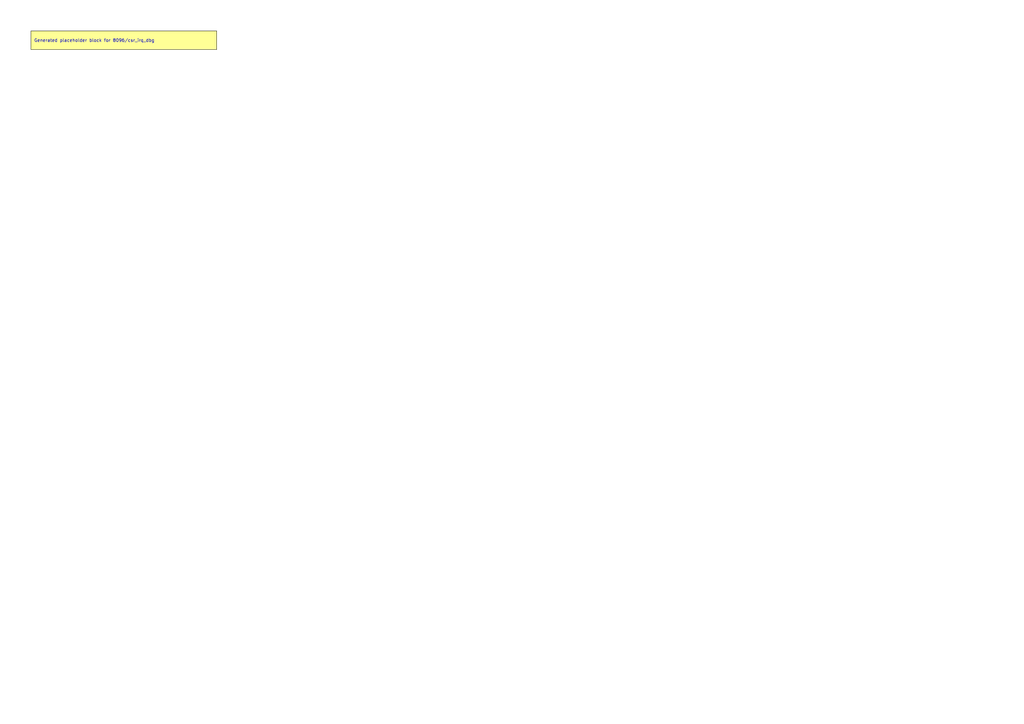
<source format=kicad_sch>
(kicad_sch
	(version 20250114)
	(generator "kicadgen")
	(generator_version "0.1")
	(uuid "012b8d3e-9958-5323-b541-77871836a484")
	(paper "A3")
	(title_block
		(title "8096::csr_irq_dbg")
		(company "Project Carbon")
		(comment 1 "Generated - do not edit in generated/")
		(comment 2 "Edit in schem/kicad9/manual/ or refine mapping specs")
	)
	(lib_symbols)
	(text_box
		"Generated placeholder block for 8096/csr_irq_dbg"
		(exclude_from_sim no)
		(at
			12.7
			12.7
			0
		)
		(size 76.2 7.62)
		(margins
			1.27
			1.27
			1.27
			1.27
		)
		(stroke
			(width 0)
			(type default)
			(color
				0
				0
				0
				1
			)
		)
		(fill
			(type color)
			(color
				255
				255
				150
				1
			)
		)
		(effects
			(font
				(size 1.27 1.27)
			)
			(justify left)
		)
		(uuid "24a8dc9c-6126-5d6c-91c2-0fbb8146e017")
	)
	(sheet_instances
		(path
			"/"
			(page "1")
		)
	)
	(embedded_fonts no)
)

</source>
